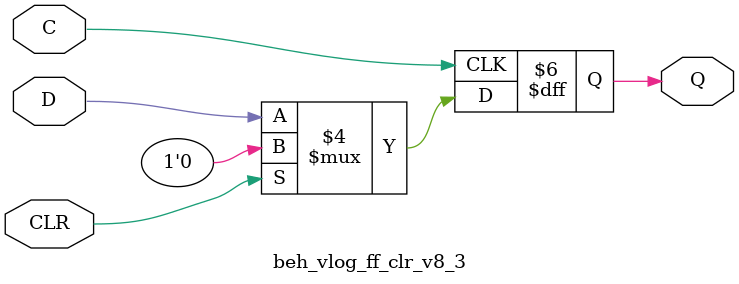
<source format=v>
module beh_vlog_ff_clr_v8_3 (Q, C, CLR, D);
  parameter INIT = 0;
localparam FLOP_DELAY = 100;
    output Q;
    input  C, CLR, D;
    reg Q;
    initial Q= 1'b0;
    always @(posedge C )
      if (CLR)
	Q<= 1'b0;
      else
	Q<= #FLOP_DELAY D;
endmodule
</source>
